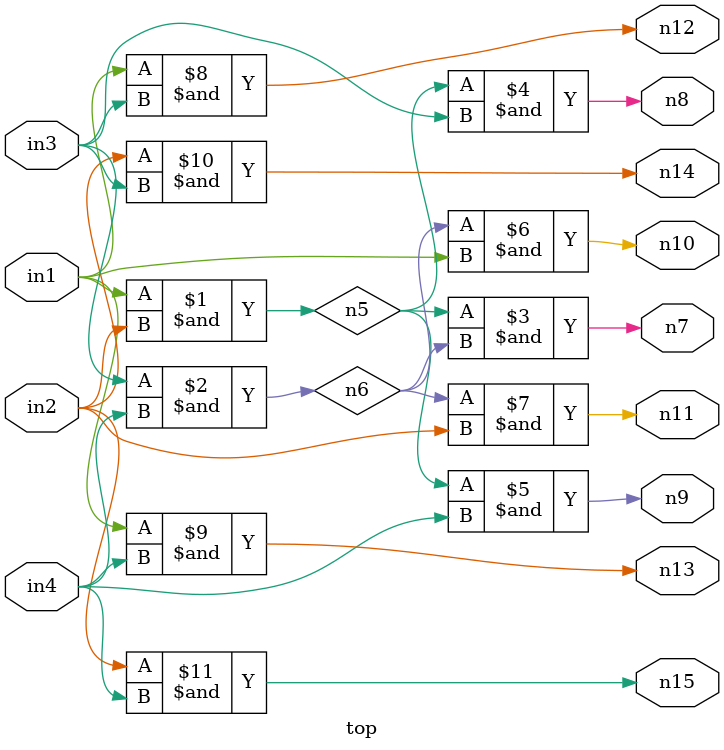
<source format=v>
module top (
    n7, n8, n9, n10, n11, n12, n13, n14, n15, in1, in2, in3, in4
);
    input in1, in2, in3, in4;
    output n7, n8, n9, n10, n11, n12, n13, n14, n15;
    wire n5, n6;
    assign  n5 = in1 & in2;
    assign  n6 = in3 & in4;
    assign  n7 =  n5 &  n6;
    assign  n8 =  n5 & in3;
    assign  n9 =  n5 & in4;
    assign n10 =  n6 & in1;
    assign n11 =  n6 & in2;
    assign n12 = in1 & in3;
    assign n13 = in1 & in4;
    assign n14 = in2 & in3;
    assign n15 = in2 & in4;
endmodule
</source>
